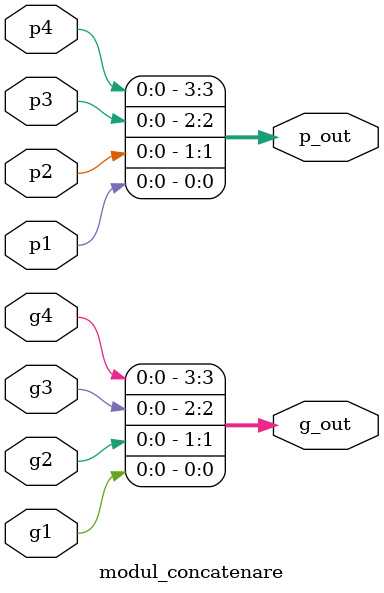
<source format=v>
`timescale 1ns / 1ps


module modul_concatenare(p1, p2, p3, p4, g1, g2, g3, g4, g_out, p_out);

    input p1;
    input p2;
    input p3;
    input p4;
    input g1;
    input g2;
    input g3;
    input g4;
    output [3:0] g_out;
    output [3:0] p_out;
    
    assign p_out[0] = p1;
    assign p_out[1] = p2;
    assign p_out[2] = p3;
    assign p_out[3] = p4;
    
    assign g_out[0] = g1;
    assign g_out[1] = g2;
    assign g_out[2] = g3;
    assign g_out[3] = g4;
    
endmodule

</source>
